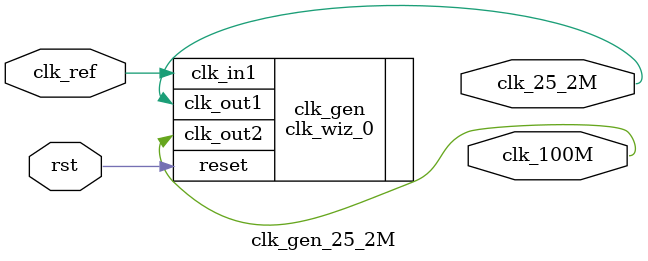
<source format=v>
`timescale 1ns / 1ps
module clk_gen_25_2M(
    input clk_ref,
    input rst,
    output clk_25_2M, clk_100M
    );
    clk_wiz_0 clk_gen (.clk_out1(clk_25_2M), .clk_out2(clk_100M), .reset(rst), .clk_in1(clk_ref));
endmodule

</source>
